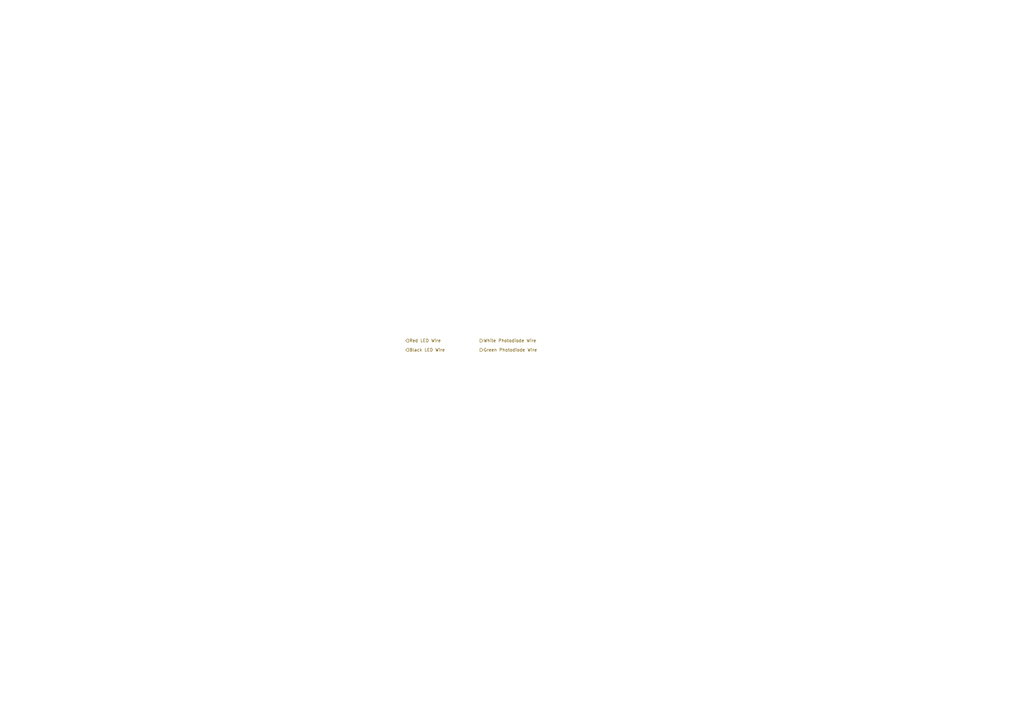
<source format=kicad_sch>
(kicad_sch
	(version 20231120)
	(generator "eeschema")
	(generator_version "8.0")
	(uuid "dd14d170-1166-4918-aaa4-aff34627f26e")
	(paper "A3")
	(title_block
		(title "Pulse Oximeter")
		(date "2024-03-07")
		(rev "1")
		(company "ENGS 129")
		(comment 1 "Andrei Gerashchenko")
		(comment 2 "Renan Laurore")
	)
	(lib_symbols)
	(hierarchical_label "White Photodiode Wire"
		(shape output)
		(at 196.85 139.7 0)
		(fields_autoplaced yes)
		(effects
			(font
				(size 1.27 1.27)
			)
			(justify left)
		)
		(uuid "7c1e28ec-d468-4d2a-9506-c80b866f33df")
	)
	(hierarchical_label "Red LED Wire"
		(shape input)
		(at 166.37 139.7 0)
		(fields_autoplaced yes)
		(effects
			(font
				(size 1.27 1.27)
			)
			(justify left)
		)
		(uuid "8b6b7431-7b3d-4b35-a690-4856fe44b4d5")
	)
	(hierarchical_label "Green Photodiode Wire"
		(shape output)
		(at 196.85 143.51 0)
		(fields_autoplaced yes)
		(effects
			(font
				(size 1.27 1.27)
			)
			(justify left)
		)
		(uuid "9af77fe2-8683-425f-9dc2-1065e928b481")
	)
	(hierarchical_label "Black LED Wire"
		(shape input)
		(at 166.37 143.51 0)
		(fields_autoplaced yes)
		(effects
			(font
				(size 1.27 1.27)
			)
			(justify left)
		)
		(uuid "dafd0460-f0e7-4e74-a801-9c42cff5a3fb")
	)
)
</source>
